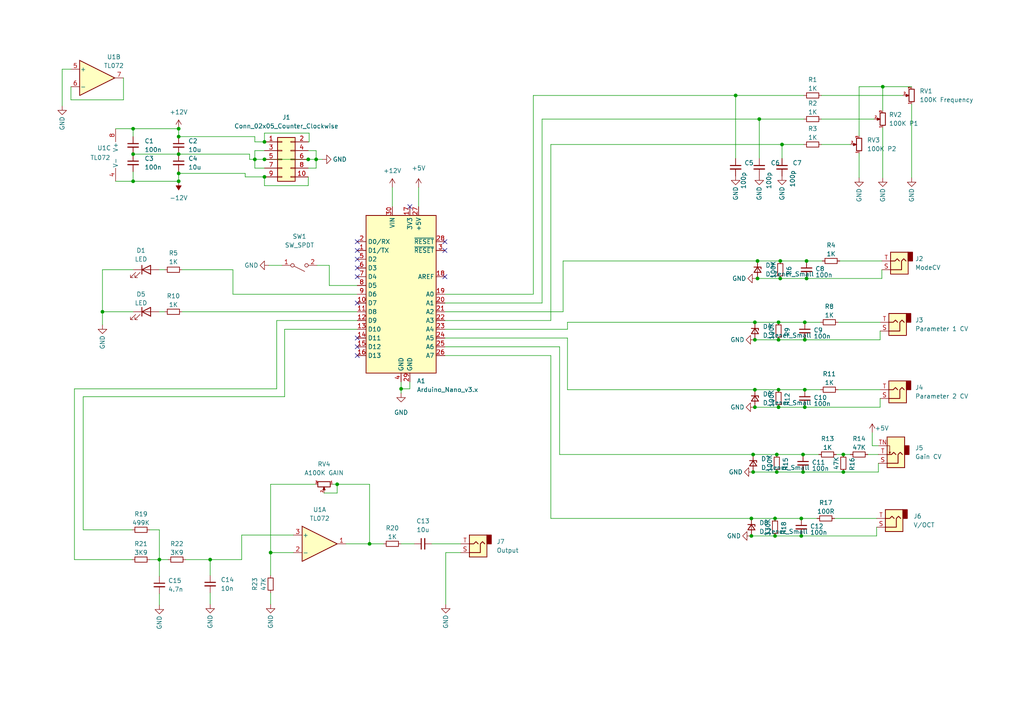
<source format=kicad_sch>
(kicad_sch (version 20211123) (generator eeschema)
  (paper "A4")
  (lib_symbols
    (symbol "Amplifier_Operational:TL072" (pin_names (offset 0.127))
      (property "Reference" "U" (at 0 5.08 0))
      (property "Value" "TL072" (at 0 -5.08 0))
      (symbol "TL072_1_1"
        (polyline (pts (xy -5.08 5.08) (xy 5.08 0) (xy -5.08 -5.08) (xy -5.08 5.08)) (stroke (width 0.254)) (fill (type background)))
        (pin output line (at 7.62 0 180) (length 2.54) (name "~") (number "1"))
        (pin input line (at -7.62 -2.54 0) (length 2.54) (name "-") (number "2"))
        (pin input line (at -7.62 2.54 0) (length 2.54) (name "+") (number "3"))
      )
      (symbol "TL072_2_1"
        (polyline (pts (xy -5.08 5.08) (xy 5.08 0) (xy -5.08 -5.08) (xy -5.08 5.08)) (stroke (width 0.254)) (fill (type background)))
        (pin input line (at -7.62 2.54 0) (length 2.54) (name "+") (number "5"))
        (pin input line (at -7.62 -2.54 0) (length 2.54) (name "-") (number "6"))
        (pin output line (at 7.62 0 180) (length 2.54) (name "~") (number "7"))
      )
      (symbol "TL072_3_1"
        (pin power_in line (at -2.54 -7.62 90) (length 3.81) (name "V-") (number "4"))
        (pin power_in line (at -2.54 7.62 270) (length 3.81) (name "V+") (number "8"))
      )
    )
    (symbol "Connector:AudioJack2"
      (property "Reference" "J" (at 0 8.89 0))
      (property "Value" "AudioJack2" (at 0 6.35 0))
      (symbol "AudioJack2_0_1"
        (rectangle (start -3.81 0) (end -2.54 -2.54) (stroke (width 0.254)) (fill (type outline)))
        (rectangle (start -2.54 3.81) (end 2.54 -2.54) (stroke (width 0.254)) (fill (type background)))
        (polyline (pts (xy 0 0) (xy 0.635 -0.635) (xy 1.27 0) (xy 2.54 0)) (stroke (width 0.254)))
        (polyline (pts (xy 2.54 2.54) (xy -0.635 2.54) (xy -0.635 0) (xy -1.27 -0.635) (xy -1.905 0)) (stroke (width 0.254)))
      )
      (symbol "AudioJack2_1_1"
        (pin passive line (at 5.08 2.54 180) (length 2.54) (name "~") (number "S"))
        (pin passive line (at 5.08 0 180) (length 2.54) (name "~") (number "T"))
      )
    )
    (symbol "Connector:AudioJack2_SwitchT"
      (property "Reference" "J" (at 0 8.89 0))
      (property "Value" "AudioJack2_SwitchT" (at 0 6.35 0))
      (symbol "AudioJack2_SwitchT_0_1"
        (rectangle (start -2.54 0) (end -3.81 -2.54) (stroke (width 0.254)) (fill (type outline)))
        (polyline (pts (xy 1.778 -0.254) (xy 2.032 -0.762)))
        (polyline (pts (xy 0 0) (xy 0.635 -0.635) (xy 1.27 0) (xy 2.54 0)) (stroke (width 0.254)))
        (polyline (pts (xy 2.54 -2.54) (xy 1.778 -2.54) (xy 1.778 -0.254) (xy 1.524 -0.762)))
        (polyline (pts (xy 2.54 2.54) (xy -0.635 2.54) (xy -0.635 0) (xy -1.27 -0.635) (xy -1.905 0)) (stroke (width 0.254)))
        (rectangle (start 2.54 3.81) (end -2.54 -5.08) (stroke (width 0.254)) (fill (type background)))
      )
      (symbol "AudioJack2_SwitchT_1_1"
        (pin passive line (at 5.08 2.54 180) (length 2.54) (name "~") (number "S"))
        (pin passive line (at 5.08 0 180) (length 2.54) (name "~") (number "T"))
        (pin passive line (at 5.08 -2.54 180) (length 2.54) (name "~") (number "TN"))
      )
    )
    (symbol "Connector_Generic:Conn_02x05_Odd_Even" (pin_names (offset 1.016) hide)
      (property "Reference" "J" (at 1.27 7.62 0))
      (property "Value" "Conn_02x05_Odd_Even" (at 1.27 -7.62 0))
      (symbol "Conn_02x05_Odd_Even_1_1"
        (rectangle (start -1.27 -4.953) (end 0 -5.207) (stroke (width 0.1524)))
        (rectangle (start -1.27 -2.413) (end 0 -2.667) (stroke (width 0.1524)))
        (rectangle (start -1.27 0.127) (end 0 -0.127) (stroke (width 0.1524)))
        (rectangle (start -1.27 2.667) (end 0 2.413) (stroke (width 0.1524)))
        (rectangle (start -1.27 5.207) (end 0 4.953) (stroke (width 0.1524)))
        (rectangle (start -1.27 6.35) (end 3.81 -6.35) (stroke (width 0.254)) (fill (type background)))
        (rectangle (start 3.81 -4.953) (end 2.54 -5.207) (stroke (width 0.1524)))
        (rectangle (start 3.81 -2.413) (end 2.54 -2.667) (stroke (width 0.1524)))
        (rectangle (start 3.81 0.127) (end 2.54 -0.127) (stroke (width 0.1524)))
        (rectangle (start 3.81 2.667) (end 2.54 2.413) (stroke (width 0.1524)))
        (rectangle (start 3.81 5.207) (end 2.54 4.953) (stroke (width 0.1524)))
        (pin passive line (at -5.08 5.08 0) (length 3.81) (name "Pin_1") (number "1"))
        (pin passive line (at 7.62 -5.08 180) (length 3.81) (name "Pin_10") (number "10"))
        (pin passive line (at 7.62 5.08 180) (length 3.81) (name "Pin_2") (number "2"))
        (pin passive line (at -5.08 2.54 0) (length 3.81) (name "Pin_3") (number "3"))
        (pin passive line (at 7.62 2.54 180) (length 3.81) (name "Pin_4") (number "4"))
        (pin passive line (at -5.08 0 0) (length 3.81) (name "Pin_5") (number "5"))
        (pin passive line (at 7.62 0 180) (length 3.81) (name "Pin_6") (number "6"))
        (pin passive line (at -5.08 -2.54 0) (length 3.81) (name "Pin_7") (number "7"))
        (pin passive line (at 7.62 -2.54 180) (length 3.81) (name "Pin_8") (number "8"))
        (pin passive line (at -5.08 -5.08 0) (length 3.81) (name "Pin_9") (number "9"))
      )
    )
    (symbol "Device:C_Small" (pin_numbers hide) (pin_names (offset 0.254) hide)
      (property "Reference" "C" (at 0.254 1.778 0))
      (property "Value" "C_Small" (at 0.254 -2.032 0))
      (symbol "C_Small_0_1"
        (polyline (pts (xy -1.524 -0.508) (xy 1.524 -0.508)) (stroke (width 0.3302)))
        (polyline (pts (xy -1.524 0.508) (xy 1.524 0.508)) (stroke (width 0.3048)))
      )
      (symbol "C_Small_1_1"
        (pin passive line (at 0 2.54 270) (length 2.032) (name "~") (number "1"))
        (pin passive line (at 0 -2.54 90) (length 2.032) (name "~") (number "2"))
      )
    )
    (symbol "Device:D_Zener_Small" (pin_numbers hide) (pin_names (offset 0.254) hide)
      (property "Reference" "D" (at 0 2.286 0))
      (property "Value" "D_Zener_Small" (at 0 -2.286 0))
      (symbol "D_Zener_Small_0_1"
        (polyline (pts (xy 0.762 0) (xy -0.762 0)))
        (polyline (pts (xy -0.254 1.016) (xy -0.762 1.016) (xy -0.762 -1.016)) (stroke (width 0.254)))
        (polyline (pts (xy 0.762 1.016) (xy -0.762 0) (xy 0.762 -1.016) (xy 0.762 1.016)) (stroke (width 0.254)))
      )
      (symbol "D_Zener_Small_1_1"
        (pin passive line (at -2.54 0 0) (length 1.778) (name "K") (number "1"))
        (pin passive line (at 2.54 0 180) (length 1.778) (name "A") (number "2"))
      )
    )
    (symbol "Device:LED" (pin_numbers hide) (pin_names (offset 1.016) hide)
      (property "Reference" "D" (at 0 2.54 0))
      (property "Value" "LED" (at 0 -2.54 0))
      (symbol "LED_0_1"
        (polyline (pts (xy -1.27 -1.27) (xy -1.27 1.27)) (stroke (width 0.254)))
        (polyline (pts (xy -1.27 0) (xy 1.27 0)))
        (polyline (pts (xy 1.27 -1.27) (xy 1.27 1.27) (xy -1.27 0) (xy 1.27 -1.27)) (stroke (width 0.254)))
        (polyline (pts (xy -3.048 -0.762) (xy -4.572 -2.286) (xy -3.81 -2.286) (xy -4.572 -2.286) (xy -4.572 -1.524)))
        (polyline (pts (xy -1.778 -0.762) (xy -3.302 -2.286) (xy -2.54 -2.286) (xy -3.302 -2.286) (xy -3.302 -1.524)))
      )
      (symbol "LED_1_1"
        (pin passive line (at -3.81 0 0) (length 2.54) (name "K") (number "1"))
        (pin passive line (at 3.81 0 180) (length 2.54) (name "A") (number "2"))
      )
    )
    (symbol "Device:R_Potentiometer_Small" (pin_names (offset 1.016) hide)
      (property "Reference" "RV" (at -4.445 0 90))
      (property "Value" "R_Potentiometer_Small" (at -2.54 0 90))
      (symbol "R_Potentiometer_Small_0_1"
        (polyline (pts (xy 0.889 0) (xy 0.635 0) (xy 1.651 0.381) (xy 1.651 -0.381) (xy 0.635 0) (xy 0.889 0)) (fill (type outline)))
        (rectangle (start 0.762 1.8034) (end -0.762 -1.8034) (stroke (width 0.254)))
      )
      (symbol "R_Potentiometer_Small_1_1"
        (pin passive line (at 0 2.54 270) (length 0.635) (name "1") (number "1"))
        (pin passive line (at 2.54 0 180) (length 0.9906) (name "2") (number "2"))
        (pin passive line (at 0 -2.54 90) (length 0.635) (name "3") (number "3"))
      )
    )
    (symbol "Device:R_Small" (pin_numbers hide) (pin_names (offset 0.254) hide)
      (property "Reference" "R" (at 0.762 0.508 0))
      (property "Value" "R_Small" (at 0.762 -1.016 0))
      (symbol "R_Small_0_1"
        (rectangle (start -0.762 1.778) (end 0.762 -1.778) (stroke (width 0.2032)))
      )
      (symbol "R_Small_1_1"
        (pin passive line (at 0 2.54 270) (length 0.762) (name "~") (number "1"))
        (pin passive line (at 0 -2.54 90) (length 0.762) (name "~") (number "2"))
      )
    )
    (symbol "MCU_Module:Arduino_Nano_v3.x"
      (property "Reference" "A" (at -10.16 23.495 0))
      (property "Value" "Arduino_Nano_v3.x" (at 5.08 -24.13 0))
      (symbol "Arduino_Nano_v3.x_0_1"
        (rectangle (start -10.16 22.86) (end 10.16 -22.86) (stroke (width 0.254)) (fill (type background)))
      )
      (symbol "Arduino_Nano_v3.x_1_1"
        (pin bidirectional line (at -12.7 12.7 0) (length 2.54) (name "D1/TX") (number "1"))
        (pin bidirectional line (at -12.7 -2.54 0) (length 2.54) (name "D7") (number "10"))
        (pin bidirectional line (at -12.7 -5.08 0) (length 2.54) (name "D8") (number "11"))
        (pin bidirectional line (at -12.7 -7.62 0) (length 2.54) (name "D9") (number "12"))
        (pin bidirectional line (at -12.7 -10.16 0) (length 2.54) (name "D10") (number "13"))
        (pin bidirectional line (at -12.7 -12.7 0) (length 2.54) (name "D11") (number "14"))
        (pin bidirectional line (at -12.7 -15.24 0) (length 2.54) (name "D12") (number "15"))
        (pin bidirectional line (at -12.7 -17.78 0) (length 2.54) (name "D13") (number "16"))
        (pin power_out line (at 2.54 25.4 270) (length 2.54) (name "3V3") (number "17"))
        (pin input line (at 12.7 5.08 180) (length 2.54) (name "AREF") (number "18"))
        (pin bidirectional line (at 12.7 0 180) (length 2.54) (name "A0") (number "19"))
        (pin bidirectional line (at -12.7 15.24 0) (length 2.54) (name "D0/RX") (number "2"))
        (pin bidirectional line (at 12.7 -2.54 180) (length 2.54) (name "A1") (number "20"))
        (pin bidirectional line (at 12.7 -5.08 180) (length 2.54) (name "A2") (number "21"))
        (pin bidirectional line (at 12.7 -7.62 180) (length 2.54) (name "A3") (number "22"))
        (pin bidirectional line (at 12.7 -10.16 180) (length 2.54) (name "A4") (number "23"))
        (pin bidirectional line (at 12.7 -12.7 180) (length 2.54) (name "A5") (number "24"))
        (pin bidirectional line (at 12.7 -15.24 180) (length 2.54) (name "A6") (number "25"))
        (pin bidirectional line (at 12.7 -17.78 180) (length 2.54) (name "A7") (number "26"))
        (pin power_out line (at 5.08 25.4 270) (length 2.54) (name "+5V") (number "27"))
        (pin input line (at 12.7 15.24 180) (length 2.54) (name "~{RESET}") (number "28"))
        (pin power_in line (at 2.54 -25.4 90) (length 2.54) (name "GND") (number "29"))
        (pin input line (at 12.7 12.7 180) (length 2.54) (name "~{RESET}") (number "3"))
        (pin power_in line (at -2.54 25.4 270) (length 2.54) (name "VIN") (number "30"))
        (pin power_in line (at 0 -25.4 90) (length 2.54) (name "GND") (number "4"))
        (pin bidirectional line (at -12.7 10.16 0) (length 2.54) (name "D2") (number "5"))
        (pin bidirectional line (at -12.7 7.62 0) (length 2.54) (name "D3") (number "6"))
        (pin bidirectional line (at -12.7 5.08 0) (length 2.54) (name "D4") (number "7"))
        (pin bidirectional line (at -12.7 2.54 0) (length 2.54) (name "D5") (number "8"))
        (pin bidirectional line (at -12.7 0 0) (length 2.54) (name "D6") (number "9"))
      )
    )
    (symbol "Switch:SW_SPST" (pin_names (offset 0) hide)
      (property "Reference" "SW" (at 0 3.175 0))
      (property "Value" "SW_SPST" (at 0 -2.54 0))
      (symbol "SW_SPST_0_0"
        (circle (center -2.032 0) (radius 0.508))
        (polyline (pts (xy -1.524 0.254) (xy 1.524 1.778)))
        (circle (center 2.032 0) (radius 0.508))
      )
      (symbol "SW_SPST_1_1"
        (pin passive line (at -5.08 0 0) (length 2.54) (name "A") (number "1"))
        (pin passive line (at 5.08 0 180) (length 2.54) (name "B") (number "2"))
      )
    )
    (symbol "power:+12V" (power) (pin_names (offset 0))
      (property "Value" "+12V" (at 0 3.556 0))
      (symbol "+12V_0_1"
        (polyline (pts (xy -0.762 1.27) (xy 0 2.54)))
        (polyline (pts (xy 0 0) (xy 0 2.54)))
        (polyline (pts (xy 0 2.54) (xy 0.762 1.27)))
      )
      (symbol "+12V_1_1"
        (pin power_in line (at 0 0 90) (length 0) hide (name "+12V") (number "1"))
      )
    )
    (symbol "power:+5V" (power) (pin_names (offset 0))
      (property "Value" "+5V" (at 0 3.556 0))
      (symbol "+5V_0_1"
        (polyline (pts (xy -0.762 1.27) (xy 0 2.54)))
        (polyline (pts (xy 0 0) (xy 0 2.54)))
        (polyline (pts (xy 0 2.54) (xy 0.762 1.27)))
      )
      (symbol "+5V_1_1"
        (pin power_in line (at 0 0 90) (length 0) hide (name "+5V") (number "1"))
      )
    )
    (symbol "power:-12V" (power) (pin_names (offset 0))
      (property "Value" "-12V" (at 0 3.81 0))
      (symbol "-12V_0_0"
        (pin power_in line (at 0 0 90) (length 0) hide (name "-12V") (number "1"))
      )
      (symbol "-12V_0_1"
        (polyline (pts (xy 0 0) (xy 0 1.27) (xy 0.762 1.27) (xy 0 2.54) (xy -0.762 1.27) (xy 0 1.27)) (fill (type outline)))
      )
    )
    (symbol "power:GND" (power) (pin_names (offset 0))
      (property "Value" "GND" (at 0 -3.81 0))
      (symbol "GND_0_1"
        (polyline (pts (xy 0 0) (xy 0 -1.27) (xy 1.27 -1.27) (xy 0 -2.54) (xy -1.27 -1.27) (xy 0 -1.27)))
      )
      (symbol "GND_1_1"
        (pin power_in line (at 0 0 270) (length 0) hide (name "GND") (number "1"))
      )
    )
  )
  (junction (at 51.816 52.578))
  (junction (at 213.36 27.686))
  (junction (at 89.408 46.228))
  (junction (at 51.816 39.624))
  (junction (at 226.314 75.692))
  (junction (at 116.332 112.776))
  (junction (at 218.44 136.906))
  (junction (at 244.602 131.826))
  (junction (at 97.79 140.462))
  (junction (at 51.816 50.292))
  (junction (at 76.708 51.308))
  (junction (at 224.79 150.368))
  (junction (at 76.708 46.228))
  (junction (at 225.806 113.03))
  (junction (at 232.41 150.368))
  (junction (at 218.948 118.11))
  (junction (at 226.314 80.772))
  (junction (at 232.41 155.448))
  (junction (at 220.218 34.544))
  (junction (at 107.188 157.734))
  (junction (at 38.608 44.704))
  (junction (at 233.426 113.03))
  (junction (at 219.71 75.692))
  (junction (at 225.806 118.11))
  (junction (at 256.032 25.146))
  (junction (at 218.948 113.03))
  (junction (at 217.932 155.448))
  (junction (at 217.932 150.368))
  (junction (at 218.948 98.552))
  (junction (at 78.486 160.274))
  (junction (at 76.708 41.148))
  (junction (at 91.694 46.228))
  (junction (at 233.426 118.11))
  (junction (at 29.718 90.424))
  (junction (at 244.602 136.906))
  (junction (at 225.806 93.472))
  (junction (at 38.608 37.338))
  (junction (at 225.806 98.552))
  (junction (at 38.608 52.578))
  (junction (at 233.426 93.472))
  (junction (at 225.298 131.826))
  (junction (at 46.228 162.306))
  (junction (at 219.71 80.772))
  (junction (at 226.822 41.91))
  (junction (at 232.918 131.826))
  (junction (at 73.914 46.228))
  (junction (at 233.934 75.692))
  (junction (at 224.79 155.448))
  (junction (at 218.948 93.472))
  (junction (at 218.44 131.826))
  (junction (at 233.934 80.772))
  (junction (at 60.96 162.306))
  (junction (at 51.816 37.338))
  (junction (at 232.918 136.906))
  (junction (at 51.816 44.704))
  (junction (at 225.298 136.906))
  (junction (at 233.426 98.552))
  (no_connect (at 103.632 103.124))
  (no_connect (at 103.632 100.584))
  (no_connect (at 103.632 98.044))
  (no_connect (at 103.632 87.884))
  (no_connect (at 103.632 70.104))
  (no_connect (at 129.032 70.104))
  (no_connect (at 129.032 80.264))
  (no_connect (at 103.632 77.724))
  (no_connect (at 103.632 72.644))
  (no_connect (at 103.632 75.184))
  (no_connect (at 129.032 72.644))
  (no_connect (at 118.872 59.944))
  (no_connect (at 103.632 80.264))
  (wire (pts (xy 43.434 153.67) (xy 46.228 153.67)))
  (wire (pts (xy 24.13 115.062) (xy 24.13 153.67)))
  (wire (pts (xy 254.762 136.906) (xy 254.762 134.366)))
  (wire (pts (xy 107.188 157.734) (xy 111.252 157.734)))
  (wire (pts (xy 242.062 150.368) (xy 254.254 150.368)))
  (wire (pts (xy 256.032 25.146) (xy 249.174 25.146)))
  (wire (pts (xy 52.832 90.424) (xy 103.632 90.424)))
  (wire (pts (xy 51.816 52.578) (xy 51.816 50.292)))
  (wire (pts (xy 80.264 112.776) (xy 80.264 92.964)))
  (wire (pts (xy 254.762 129.286) (xy 252.984 129.286)))
  (wire (pts (xy 78.486 160.274) (xy 78.486 166.878)))
  (wire (pts (xy 116.332 112.776) (xy 116.332 114.046)))
  (wire (pts (xy 77.978 76.962) (xy 81.788 76.962)))
  (wire (pts (xy 76.708 51.308) (xy 76.708 53.848)))
  (wire (pts (xy 95.504 76.962) (xy 95.504 82.804)))
  (wire (pts (xy 225.298 136.906) (xy 232.918 136.906)))
  (wire (pts (xy 21.59 112.776) (xy 80.264 112.776)))
  (wire (pts (xy 38.354 153.67) (xy 24.13 153.67)))
  (wire (pts (xy 220.218 34.544) (xy 220.218 45.974)))
  (wire (pts (xy 80.264 92.964) (xy 103.632 92.964)))
  (wire (pts (xy 91.694 46.228) (xy 91.694 48.768)))
  (wire (pts (xy 163.322 75.692) (xy 163.322 90.424)))
  (wire (pts (xy 238.252 41.91) (xy 246.634 41.91)))
  (wire (pts (xy 218.948 118.11) (xy 225.806 118.11)))
  (wire (pts (xy 159.766 103.124) (xy 159.766 150.368)))
  (wire (pts (xy 89.408 53.848) (xy 89.408 51.308)))
  (wire (pts (xy 51.816 37.338) (xy 51.816 39.624)))
  (wire (pts (xy 29.718 90.424) (xy 38.608 90.424)))
  (wire (pts (xy 76.708 51.308) (xy 71.12 51.308)))
  (wire (pts (xy 243.586 75.692) (xy 255.778 75.692)))
  (wire (pts (xy 163.322 75.692) (xy 219.71 75.692)))
  (wire (pts (xy 33.528 37.338) (xy 38.608 37.338)))
  (wire (pts (xy 38.608 52.578) (xy 51.816 52.578)))
  (wire (pts (xy 233.172 34.544) (xy 220.218 34.544)))
  (wire (pts (xy 72.39 44.704) (xy 72.39 46.228)))
  (wire (pts (xy 217.932 155.448) (xy 224.79 155.448)))
  (wire (pts (xy 217.932 150.368) (xy 224.79 150.368)))
  (wire (pts (xy 71.12 51.308) (xy 71.12 50.292)))
  (wire (pts (xy 232.918 136.906) (xy 244.602 136.906)))
  (wire (pts (xy 164.592 98.044) (xy 164.592 113.03)))
  (wire (pts (xy 78.486 171.958) (xy 78.486 175.26)))
  (wire (pts (xy 249.174 44.45) (xy 249.174 51.562)))
  (wire (pts (xy 51.816 44.704) (xy 72.39 44.704)))
  (wire (pts (xy 243.078 113.03) (xy 255.27 113.03)))
  (wire (pts (xy 162.306 131.826) (xy 218.44 131.826)))
  (wire (pts (xy 18.034 20.066) (xy 18.034 30.734)))
  (wire (pts (xy 219.71 80.772) (xy 226.314 80.772)))
  (wire (pts (xy 89.662 41.148) (xy 89.662 38.608)))
  (wire (pts (xy 213.36 27.686) (xy 213.36 45.974)))
  (wire (pts (xy 233.934 75.692) (xy 238.506 75.692)))
  (wire (pts (xy 53.848 162.306) (xy 60.96 162.306)))
  (wire (pts (xy 251.714 131.826) (xy 254.762 131.826)))
  (wire (pts (xy 38.608 44.704) (xy 51.816 44.704)))
  (wire (pts (xy 256.032 37.084) (xy 256.032 51.562)))
  (wire (pts (xy 78.486 160.274) (xy 78.486 140.462)))
  (wire (pts (xy 97.79 143.002) (xy 97.79 140.462)))
  (wire (pts (xy 226.822 41.91) (xy 233.172 41.91)))
  (wire (pts (xy 73.914 41.148) (xy 76.708 41.148)))
  (wire (pts (xy 35.814 28.956) (xy 35.814 22.606)))
  (wire (pts (xy 73.914 46.228) (xy 73.914 48.768)))
  (wire (pts (xy 233.426 113.03) (xy 237.998 113.03)))
  (wire (pts (xy 107.188 157.734) (xy 107.188 140.462)))
  (wire (pts (xy 129.286 160.274) (xy 129.286 175.26)))
  (wire (pts (xy 29.718 90.424) (xy 29.718 94.234)))
  (wire (pts (xy 91.694 43.688) (xy 91.694 46.228)))
  (wire (pts (xy 60.96 162.306) (xy 70.104 162.306)))
  (wire (pts (xy 226.314 75.692) (xy 233.934 75.692)))
  (wire (pts (xy 154.686 85.344) (xy 154.686 27.686)))
  (wire (pts (xy 218.44 136.906) (xy 225.298 136.906)))
  (wire (pts (xy 225.806 118.11) (xy 233.426 118.11)))
  (wire (pts (xy 219.456 80.772) (xy 219.71 80.772)))
  (wire (pts (xy 67.564 85.344) (xy 67.564 78.232)))
  (wire (pts (xy 93.98 143.002) (xy 97.79 143.002)))
  (wire (pts (xy 218.948 113.03) (xy 225.806 113.03)))
  (wire (pts (xy 164.592 113.03) (xy 218.948 113.03)))
  (wire (pts (xy 91.694 48.768) (xy 89.408 48.768)))
  (wire (pts (xy 71.12 50.292) (xy 51.816 50.292)))
  (wire (pts (xy 70.104 155.194) (xy 85.09 155.194)))
  (wire (pts (xy 225.806 113.03) (xy 233.426 113.03)))
  (wire (pts (xy 38.608 49.784) (xy 38.608 52.578)))
  (wire (pts (xy 29.718 78.232) (xy 38.608 78.232)))
  (wire (pts (xy 224.79 155.448) (xy 232.41 155.448)))
  (wire (pts (xy 159.766 92.964) (xy 159.766 41.91)))
  (wire (pts (xy 103.632 95.504) (xy 82.55 95.504)))
  (wire (pts (xy 157.226 34.544) (xy 157.226 87.884)))
  (wire (pts (xy 60.96 162.306) (xy 60.96 166.878)))
  (wire (pts (xy 82.55 115.062) (xy 24.13 115.062)))
  (wire (pts (xy 129.032 85.344) (xy 154.686 85.344)))
  (wire (pts (xy 232.41 155.448) (xy 254.254 155.448)))
  (wire (pts (xy 46.228 78.232) (xy 47.752 78.232)))
  (wire (pts (xy 264.414 25.146) (xy 256.032 25.146)))
  (wire (pts (xy 89.662 38.608) (xy 76.708 38.608)))
  (wire (pts (xy 224.79 150.368) (xy 232.41 150.368)))
  (wire (pts (xy 21.59 162.306) (xy 38.354 162.306)))
  (wire (pts (xy 255.27 118.11) (xy 255.27 115.57)))
  (wire (pts (xy 225.298 131.826) (xy 232.918 131.826)))
  (wire (pts (xy 60.96 171.958) (xy 60.96 175.26)))
  (wire (pts (xy 218.44 131.826) (xy 225.298 131.826)))
  (wire (pts (xy 252.984 125.476) (xy 252.984 129.286)))
  (wire (pts (xy 218.948 98.552) (xy 225.806 98.552)))
  (wire (pts (xy 46.228 162.306) (xy 48.768 162.306)))
  (wire (pts (xy 21.59 112.776) (xy 21.59 162.306)))
  (wire (pts (xy 244.602 136.906) (xy 254.762 136.906)))
  (wire (pts (xy 129.032 95.504) (xy 164.592 95.504)))
  (wire (pts (xy 91.948 76.962) (xy 95.504 76.962)))
  (wire (pts (xy 255.778 80.772) (xy 255.778 78.232)))
  (wire (pts (xy 164.592 93.472) (xy 218.948 93.472)))
  (wire (pts (xy 154.686 27.686) (xy 213.36 27.686)))
  (wire (pts (xy 96.52 140.462) (xy 97.79 140.462)))
  (wire (pts (xy 89.408 46.228) (xy 91.694 46.228)))
  (wire (pts (xy 43.434 162.306) (xy 46.228 162.306)))
  (wire (pts (xy 116.332 110.744) (xy 116.332 112.776)))
  (wire (pts (xy 125.222 157.734) (xy 133.604 157.734)))
  (wire (pts (xy 72.39 46.228) (xy 73.914 46.228)))
  (wire (pts (xy 20.574 28.956) (xy 35.814 28.956)))
  (wire (pts (xy 233.426 98.552) (xy 255.27 98.552)))
  (wire (pts (xy 51.816 39.624) (xy 73.914 39.624)))
  (wire (pts (xy 159.766 150.368) (xy 217.932 150.368)))
  (wire (pts (xy 38.608 37.338) (xy 51.816 37.338)))
  (wire (pts (xy 254.254 155.448) (xy 254.254 152.908)))
  (wire (pts (xy 76.708 53.848) (xy 89.408 53.848)))
  (wire (pts (xy 116.332 157.734) (xy 120.142 157.734)))
  (wire (pts (xy 255.27 98.552) (xy 255.27 96.012)))
  (wire (pts (xy 129.032 98.044) (xy 164.592 98.044)))
  (wire (pts (xy 73.914 43.688) (xy 73.914 46.228)))
  (wire (pts (xy 70.104 162.306) (xy 70.104 155.194)))
  (wire (pts (xy 218.948 93.472) (xy 225.806 93.472)))
  (wire (pts (xy 73.914 46.228) (xy 76.708 46.228)))
  (wire (pts (xy 76.708 46.228) (xy 89.408 46.228)))
  (wire (pts (xy 233.172 27.686) (xy 213.36 27.686)))
  (wire (pts (xy 220.218 34.544) (xy 157.226 34.544)))
  (wire (pts (xy 162.306 100.584) (xy 162.306 131.826)))
  (wire (pts (xy 82.55 95.504) (xy 82.55 115.062)))
  (wire (pts (xy 233.426 93.472) (xy 237.998 93.472)))
  (wire (pts (xy 113.792 54.356) (xy 113.792 59.944)))
  (wire (pts (xy 225.806 98.552) (xy 233.426 98.552)))
  (wire (pts (xy 89.408 41.148) (xy 89.662 41.148)))
  (wire (pts (xy 46.228 90.424) (xy 47.752 90.424)))
  (wire (pts (xy 238.252 27.686) (xy 261.874 27.686)))
  (wire (pts (xy 226.822 45.974) (xy 226.822 41.91)))
  (wire (pts (xy 103.632 85.344) (xy 67.564 85.344)))
  (wire (pts (xy 29.718 78.232) (xy 29.718 90.424)))
  (wire (pts (xy 20.574 25.146) (xy 20.574 28.956)))
  (wire (pts (xy 253.492 34.544) (xy 238.252 34.544)))
  (wire (pts (xy 46.228 153.67) (xy 46.228 162.306)))
  (wire (pts (xy 118.872 110.744) (xy 118.872 112.776)))
  (wire (pts (xy 38.608 37.338) (xy 38.608 39.624)))
  (wire (pts (xy 89.408 43.688) (xy 91.694 43.688)))
  (wire (pts (xy 129.032 100.584) (xy 162.306 100.584)))
  (wire (pts (xy 233.426 118.11) (xy 255.27 118.11)))
  (wire (pts (xy 232.918 131.826) (xy 237.49 131.826)))
  (wire (pts (xy 232.41 150.368) (xy 236.982 150.368)))
  (wire (pts (xy 164.592 95.504) (xy 164.592 93.472)))
  (wire (pts (xy 256.032 25.146) (xy 256.032 32.004)))
  (wire (pts (xy 121.412 54.356) (xy 121.412 59.944)))
  (wire (pts (xy 46.228 162.306) (xy 46.228 167.132)))
  (wire (pts (xy 226.314 80.772) (xy 233.934 80.772)))
  (wire (pts (xy 249.174 25.146) (xy 249.174 39.37)))
  (wire (pts (xy 76.708 38.608) (xy 76.708 41.148)))
  (wire (pts (xy 76.708 43.688) (xy 73.914 43.688)))
  (wire (pts (xy 85.09 160.274) (xy 78.486 160.274)))
  (wire (pts (xy 225.806 93.472) (xy 233.426 93.472)))
  (wire (pts (xy 233.934 80.772) (xy 255.778 80.772)))
  (wire (pts (xy 33.528 52.578) (xy 38.608 52.578)))
  (wire (pts (xy 242.57 131.826) (xy 244.602 131.826)))
  (wire (pts (xy 163.322 90.424) (xy 129.032 90.424)))
  (wire (pts (xy 100.33 157.734) (xy 107.188 157.734)))
  (wire (pts (xy 264.414 30.226) (xy 264.414 51.562)))
  (wire (pts (xy 20.574 20.066) (xy 18.034 20.066)))
  (wire (pts (xy 244.602 131.826) (xy 246.634 131.826)))
  (wire (pts (xy 46.228 172.212) (xy 46.228 175.514)))
  (wire (pts (xy 52.832 78.232) (xy 67.564 78.232)))
  (wire (pts (xy 91.694 46.228) (xy 93.472 46.228)))
  (wire (pts (xy 129.032 103.124) (xy 159.766 103.124)))
  (wire (pts (xy 73.914 39.624) (xy 73.914 41.148)))
  (wire (pts (xy 97.79 140.462) (xy 107.188 140.462)))
  (wire (pts (xy 95.504 82.804) (xy 103.632 82.804)))
  (wire (pts (xy 51.816 50.292) (xy 51.816 49.784)))
  (wire (pts (xy 159.766 41.91) (xy 226.822 41.91)))
  (wire (pts (xy 73.914 48.768) (xy 76.708 48.768)))
  (wire (pts (xy 129.032 92.964) (xy 159.766 92.964)))
  (wire (pts (xy 133.604 160.274) (xy 129.286 160.274)))
  (wire (pts (xy 219.71 75.692) (xy 226.314 75.692)))
  (wire (pts (xy 157.226 87.884) (xy 129.032 87.884)))
  (wire (pts (xy 78.486 140.462) (xy 91.44 140.462)))
  (wire (pts (xy 118.872 112.776) (xy 116.332 112.776)))
  (wire (pts (xy 243.078 93.472) (xy 255.27 93.472)))
  (symbol (lib_id "Device:R_Small") (at 240.538 93.472 90) (unit 1)
    (property "Reference" "R8" (at 240.538 88.9 90))
    (property "Value" "1K" (at 240.538 91.44 90))
    (property "Footprint" "Resistor_SMD:R_0805_2012Metric_Pad1.20x1.40mm_HandSolder" (effects hide))
  )
  (symbol (lib_id "power:+12V") (at 113.792 54.356 0) (unit 1)
    (property "Reference" "#PWR011" (effects hide))
    (property "Value" "+12V" (at 113.792 49.53 0))
  )
  (symbol (lib_id "power:GND") (at 219.456 80.772 270) (unit 1)
    (property "Reference" "#PWR014" (effects hide))
    (property "Value" "GND" (at 212.344 80.772 90) (effects (justify left)))
  )
  (symbol (lib_id "Device:C_Small") (at 233.426 115.57 0) (unit 1)
    (property "Reference" "C10" (at 235.966 115.316 0) (effects (justify left)))
    (property "Value" "100n" (at 235.966 117.094 0) (effects (justify left)))
    (property "Footprint" "Capacitor_SMD:C_0805_2012Metric_Pad1.18x1.45mm_HandSolder" (effects hide))
  )
  (symbol (lib_id "Device:R_Small") (at 239.522 150.368 90) (unit 1)
    (property "Reference" "R17" (at 239.522 145.796 90))
    (property "Value" "100R" (at 239.522 148.336 90))
    (property "Footprint" "Resistor_SMD:R_0805_2012Metric_Pad1.20x1.40mm_HandSolder" (effects hide))
  )
  (symbol (lib_id "Connector:AudioJack2") (at 260.35 113.03 180) (unit 1)
    (property "Reference" "J4" (at 265.43 112.3949 0) (effects (justify right)))
    (property "Value" "Parameter 2 CV" (at 265.43 114.9349 0) (effects (justify right)))
    (property "Footprint" "Connector_Audio:Jack_3.5mm_QingPu_WQP-PJ398SM_Vertical_CircularHoles" (effects hide))
  )
  (symbol (lib_id "Device:R_Small") (at 226.314 78.232 180) (unit 1)
    (property "Reference" "R6" (at 228.854 78.486 90))
    (property "Value" "100K" (at 224.282 78.232 90))
    (property "Footprint" "Resistor_SMD:R_0805_2012Metric_Pad1.20x1.40mm_HandSolder" (effects hide))
  )
  (symbol (lib_id "Device:R_Small") (at 241.046 75.692 90) (unit 1)
    (property "Reference" "R4" (at 241.046 71.12 90))
    (property "Value" "1K" (at 241.046 73.66 90))
    (property "Footprint" "Resistor_SMD:R_0805_2012Metric_Pad1.20x1.40mm_HandSolder" (effects hide))
  )
  (symbol (lib_id "Device:R_Potentiometer_Small") (at 93.98 140.462 270) (unit 1)
    (property "Reference" "RV4" (at 93.98 134.62 90))
    (property "Value" "A100K GAIN" (at 93.98 137.16 90))
    (property "Footprint" "Potentiometer_THT:Potentiometer_Alps_RK09L_Single_Vertical" (effects hide))
  )
  (symbol (lib_id "Device:R_Small") (at 244.602 134.366 180) (unit 1)
    (property "Reference" "R16" (at 247.142 134.62 90))
    (property "Value" "47K" (at 242.57 134.366 90))
    (property "Footprint" "Resistor_SMD:R_0805_2012Metric_Pad1.20x1.40mm_HandSolder" (effects hide))
  )
  (symbol (lib_id "Device:C_Small") (at 233.934 78.232 0) (unit 1)
    (property "Reference" "C8" (at 236.474 77.978 0) (effects (justify left)))
    (property "Value" "100n" (at 236.474 79.756 0) (effects (justify left)))
    (property "Footprint" "Capacitor_SMD:C_0805_2012Metric_Pad1.18x1.45mm_HandSolder" (effects hide))
  )
  (symbol (lib_id "power:GND") (at 256.032 51.562 0) (unit 1)
    (property "Reference" "#PWR08" (effects hide))
    (property "Value" "GND" (at 256.032 58.674 90) (effects (justify left)))
  )
  (symbol (lib_id "Amplifier_Operational:TL072") (at 36.068 44.958 0) (unit 3)
    (property "Reference" "U1" (at 28.194 42.926 0) (effects (justify left)))
    (property "Value" "TL072" (at 26.162 45.72 0) (effects (justify left)))
    (property "Footprint" "Package_DIP:DIP-8_W7.62mm" (effects hide))
    (property "Datasheet" "http://www.ti.com/lit/ds/symlink/tl071.pdf" (effects hide))
  )
  (symbol (lib_id "Device:R_Small") (at 225.806 96.012 180) (unit 1)
    (property "Reference" "R9" (at 228.346 96.266 90))
    (property "Value" "100K" (at 223.774 96.012 90))
    (property "Footprint" "Resistor_SMD:R_0805_2012Metric_Pad1.20x1.40mm_HandSolder" (effects hide))
  )
  (symbol (lib_id "Device:R_Potentiometer_Small") (at 256.032 34.544 180) (unit 1)
    (property "Reference" "RV2" (at 257.81 33.2739 0) (effects (justify right)))
    (property "Value" "100K P1" (at 257.81 35.8139 0) (effects (justify right)))
    (property "Footprint" "Potentiometer_THT:Potentiometer_Alps_RK09L_Single_Vertical" (effects hide))
  )
  (symbol (lib_id "Device:C_Small") (at 60.96 169.418 0) (unit 1)
    (property "Reference" "C14" (at 64.008 168.1542 0) (effects (justify left)))
    (property "Value" "10n" (at 64.008 170.6942 0) (effects (justify left)))
    (property "Footprint" "Capacitor_SMD:C_0805_2012Metric_Pad1.18x1.45mm_HandSolder" (effects hide))
  )
  (symbol (lib_id "Device:R_Small") (at 78.486 169.418 180) (unit 1)
    (property "Reference" "R23" (at 73.914 169.418 90))
    (property "Value" "47K" (at 76.454 169.418 90))
    (property "Footprint" "Resistor_SMD:R_0805_2012Metric_Pad1.20x1.40mm_HandSolder" (effects hide))
  )
  (symbol (lib_id "power:GND") (at 116.332 114.046 0) (unit 1)
    (property "Reference" "#PWR017" (effects hide))
    (property "Value" "GND" (at 116.332 119.634 0))
  )
  (symbol (lib_id "Device:C_Small") (at 122.682 157.734 90) (unit 1)
    (property "Reference" "C13" (at 122.6883 151.13 90))
    (property "Value" "10u" (at 122.6883 153.67 90))
    (property "Footprint" "Capacitor_SMD:C_0805_2012Metric_Pad1.18x1.45mm_HandSolder" (effects hide))
  )
  (symbol (lib_id "power:+12V") (at 51.816 37.338 0) (unit 1)
    (property "Reference" "#PWR02" (effects hide))
    (property "Value" "+12V" (at 51.816 32.512 0))
  )
  (symbol (lib_id "Connector:AudioJack2") (at 260.858 75.692 180) (unit 1)
    (property "Reference" "J2" (at 265.43 75.0569 0) (effects (justify right)))
    (property "Value" "ModeCV" (at 265.43 77.5969 0) (effects (justify right)))
    (property "Footprint" "Connector_Audio:Jack_3.5mm_QingPu_WQP-PJ398SM_Vertical_CircularHoles" (effects hide))
  )
  (symbol (lib_id "Device:LED") (at 42.418 90.424 0) (unit 1)
    (property "Reference" "D5" (at 40.894 85.344 0))
    (property "Value" "LED" (at 40.894 87.884 0))
    (property "Footprint" "LED_THT:LED_D5.0mm" (effects hide))
  )
  (symbol (lib_id "power:GND") (at 226.822 51.054 0) (unit 1)
    (property "Reference" "#PWR06" (effects hide))
    (property "Value" "GND" (at 226.822 58.166 90) (effects (justify left)))
  )
  (symbol (lib_id "power:GND") (at 46.228 175.514 0) (unit 1)
    (property "Reference" "#PWR025" (effects hide))
    (property "Value" "GND" (at 46.228 182.626 90) (effects (justify left)))
  )
  (symbol (lib_id "Device:R_Small") (at 240.538 113.03 90) (unit 1)
    (property "Reference" "R11" (at 240.538 108.458 90))
    (property "Value" "1K" (at 240.538 110.998 90))
    (property "Footprint" "Resistor_SMD:R_0805_2012Metric_Pad1.20x1.40mm_HandSolder" (effects hide))
  )
  (symbol (lib_id "Device:C_Small") (at 38.608 42.164 0) (unit 1)
    (property "Reference" "C1" (at 41.91 40.9002 0) (effects (justify left)))
    (property "Value" "100n" (at 41.91 43.4402 0) (effects (justify left)))
    (property "Footprint" "Capacitor_SMD:C_0805_2012Metric_Pad1.18x1.45mm_HandSolder" (effects hide))
  )
  (symbol (lib_id "Device:R_Small") (at 40.894 162.306 90) (unit 1)
    (property "Reference" "R21" (at 40.894 157.734 90))
    (property "Value" "3K9" (at 40.894 160.274 90))
    (property "Footprint" "Resistor_SMD:R_0805_2012Metric_Pad1.20x1.40mm_HandSolder" (effects hide))
  )
  (symbol (lib_id "Connector_Generic:Conn_02x05_Odd_Even") (at 81.788 46.228 0) (unit 1)
    (property "Reference" "J1" (at 83.058 34.036 0))
    (property "Value" "Conn_02x05_Counter_Clockwise" (at 83.058 36.576 0))
    (property "Footprint" "Connector_PinHeader_2.54mm:PinHeader_2x05_P2.54mm_Vertical" (effects hide))
  )
  (symbol (lib_id "Device:C_Small") (at 213.36 48.514 0) (unit 1)
    (property "Reference" "C5" (at 215.9 47.2502 0) (effects (justify left)))
    (property "Value" "100p" (at 215.646 54.864 90) (effects (justify left)))
    (property "Footprint" "Capacitor_SMD:C_0805_2012Metric_Pad1.18x1.45mm_HandSolder" (effects hide))
  )
  (symbol (lib_id "Connector:AudioJack2") (at 138.684 157.734 180) (unit 1)
    (property "Reference" "J7" (at 144.018 157.0989 0) (effects (justify right)))
    (property "Value" "Output" (at 144.018 159.6389 0) (effects (justify right)))
    (property "Footprint" "Connector_Audio:Jack_3.5mm_QingPu_WQP-PJ398SM_Vertical_CircularHoles" (effects hide))
  )
  (symbol (lib_id "Device:R_Potentiometer_Small") (at 249.174 41.91 180) (unit 1)
    (property "Reference" "RV3" (at 251.46 40.6399 0) (effects (justify right)))
    (property "Value" "100K P2" (at 251.46 43.1799 0) (effects (justify right)))
    (property "Footprint" "Potentiometer_THT:Potentiometer_Alps_RK09L_Single_Vertical" (effects hide))
  )
  (symbol (lib_id "Connector:AudioJack2_SwitchT") (at 259.842 131.826 180) (unit 1)
    (property "Reference" "J5" (at 265.43 129.9209 0) (effects (justify right)))
    (property "Value" "Gain CV" (at 265.43 132.4609 0) (effects (justify right)))
    (property "Footprint" "Connector_Audio:Jack_3.5mm_QingPu_WQP-PJ398SM_Vertical_CircularHoles" (effects hide))
  )
  (symbol (lib_id "Device:R_Small") (at 235.712 34.544 90) (unit 1)
    (property "Reference" "R2" (at 235.712 29.972 90))
    (property "Value" "1K" (at 235.712 32.512 90))
    (property "Footprint" "Resistor_SMD:R_0805_2012Metric_Pad1.20x1.40mm_HandSolder" (effects hide))
  )
  (symbol (lib_id "Device:C_Small") (at 38.608 47.244 0) (unit 1)
    (property "Reference" "C3" (at 41.91 45.9802 0) (effects (justify left)))
    (property "Value" "100n" (at 41.91 48.5202 0) (effects (justify left)))
    (property "Footprint" "Capacitor_SMD:C_0805_2012Metric_Pad1.18x1.45mm_HandSolder" (effects hide))
  )
  (symbol (lib_id "Device:D_Zener_Small") (at 218.948 96.012 270) (unit 1)
    (property "Reference" "D4" (at 221.234 94.7419 90) (effects (justify left)))
    (property "Value" "D_Zener_Small" (at 221.234 97.2819 90) (effects (justify left)))
    (property "Footprint" "Diode_SMD:D_0805_2012Metric_Pad1.15x1.40mm_HandSolder" (effects hide))
  )
  (symbol (lib_id "Device:R_Small") (at 240.03 131.826 90) (unit 1)
    (property "Reference" "R13" (at 240.03 127.254 90))
    (property "Value" "1K" (at 240.03 129.794 90))
    (property "Footprint" "Resistor_SMD:R_0805_2012Metric_Pad1.20x1.40mm_HandSolder" (effects hide))
  )
  (symbol (lib_id "power:-12V") (at 51.816 52.578 180) (unit 1)
    (property "Reference" "#PWR010" (effects hide))
    (property "Value" "-12V" (at 51.816 57.404 0))
  )
  (symbol (lib_id "Device:C_Small") (at 220.218 48.514 0) (unit 1)
    (property "Reference" "C6" (at 223.52 47.2502 0) (effects (justify left)))
    (property "Value" "100p" (at 223.012 54.864 90) (effects (justify left)))
    (property "Footprint" "Capacitor_SMD:C_0805_2012Metric_Pad1.18x1.45mm_HandSolder" (effects hide))
  )
  (symbol (lib_id "power:+5V") (at 121.412 54.356 0) (unit 1)
    (property "Reference" "#PWR012" (effects hide))
    (property "Value" "+5V" (at 121.412 48.768 0))
  )
  (symbol (lib_id "Device:C_Small") (at 226.822 48.514 0) (unit 1)
    (property "Reference" "C7" (at 229.87 47.2502 0) (effects (justify left)))
    (property "Value" "100p" (at 229.87 54.356 90) (effects (justify left)))
    (property "Footprint" "Capacitor_SMD:C_0805_2012Metric_Pad1.18x1.45mm_HandSolder" (effects hide))
  )
  (symbol (lib_id "Device:R_Small") (at 235.712 41.91 90) (unit 1)
    (property "Reference" "R3" (at 235.712 37.338 90))
    (property "Value" "1K" (at 235.712 39.878 90))
    (property "Footprint" "Resistor_SMD:R_0805_2012Metric_Pad1.20x1.40mm_HandSolder" (effects hide))
  )
  (symbol (lib_id "power:GND") (at 218.948 98.552 270) (unit 1)
    (property "Reference" "#PWR015" (effects hide))
    (property "Value" "GND" (at 211.836 98.552 90) (effects (justify left)))
  )
  (symbol (lib_id "Device:LED") (at 42.418 78.232 0) (unit 1)
    (property "Reference" "D1" (at 40.894 72.644 0))
    (property "Value" "LED" (at 40.894 75.184 0))
    (property "Footprint" "LED_THT:LED_D5.0mm" (effects hide))
  )
  (symbol (lib_id "Device:D_Zener_Small") (at 219.71 78.232 270) (unit 1)
    (property "Reference" "D2" (at 221.996 76.9619 90) (effects (justify left)))
    (property "Value" "D_Zener_Small" (at 221.996 79.5019 90) (effects (justify left)))
    (property "Footprint" "Diode_SMD:D_0805_2012Metric_Pad1.15x1.40mm_HandSolder" (effects hide))
  )
  (symbol (lib_id "Amplifier_Operational:TL072") (at 28.194 22.606 0) (unit 2)
    (property "Reference" "U1" (at 33.02 16.51 0))
    (property "Value" "TL072" (at 33.02 19.05 0))
    (property "Footprint" "Package_DIP:DIP-8_W7.62mm" (effects hide))
    (property "Datasheet" "http://www.ti.com/lit/ds/symlink/tl071.pdf" (effects hide))
  )
  (symbol (lib_id "Device:D_Zener_Small") (at 217.932 152.908 270) (unit 1)
    (property "Reference" "D8" (at 220.218 151.6379 90) (effects (justify left)))
    (property "Value" "D_Zener_Small" (at 220.218 154.1779 90) (effects (justify left)))
    (property "Footprint" "Diode_SMD:D_0805_2012Metric_Pad1.15x1.40mm_HandSolder" (effects hide))
  )
  (symbol (lib_id "Device:R_Small") (at 249.174 131.826 90) (unit 1)
    (property "Reference" "R14" (at 249.174 127.254 90))
    (property "Value" "47K" (at 249.174 129.794 90))
    (property "Footprint" "Resistor_SMD:R_0805_2012Metric_Pad1.20x1.40mm_HandSolder" (effects hide))
  )
  (symbol (lib_id "Device:R_Small") (at 50.292 78.232 90) (unit 1)
    (property "Reference" "R5" (at 50.292 73.406 90))
    (property "Value" "1K" (at 50.292 75.946 90))
    (property "Footprint" "Resistor_SMD:R_0805_2012Metric_Pad1.20x1.40mm_HandSolder" (effects hide))
  )
  (symbol (lib_id "power:+5V") (at 252.984 125.476 0) (unit 1)
    (property "Reference" "#PWR019" (effects hide))
    (property "Value" "+5V" (at 257.81 124.206 0) (effects (justify right)))
  )
  (symbol (lib_id "Device:C_Small") (at 51.816 42.164 0) (unit 1)
    (property "Reference" "C2" (at 54.61 40.9002 0) (effects (justify left)))
    (property "Value" "10u" (at 54.61 43.4402 0) (effects (justify left)))
    (property "Footprint" "Capacitor_SMD:C_0805_2012Metric_Pad1.18x1.45mm_HandSolder" (effects hide))
  )
  (symbol (lib_id "power:GND") (at 213.36 51.054 0) (unit 1)
    (property "Reference" "#PWR04" (effects hide))
    (property "Value" "GND" (at 213.36 58.166 90) (effects (justify left)))
  )
  (symbol (lib_id "power:GND") (at 78.486 175.26 0) (unit 1)
    (property "Reference" "#PWR023" (effects hide))
    (property "Value" "GND" (at 78.486 182.372 90) (effects (justify left)))
  )
  (symbol (lib_id "Device:R_Small") (at 113.792 157.734 90) (unit 1)
    (property "Reference" "R20" (at 113.792 153.162 90))
    (property "Value" "1K" (at 113.792 155.702 90))
    (property "Footprint" "Resistor_SMD:R_0805_2012Metric_Pad1.20x1.40mm_HandSolder" (effects hide))
  )
  (symbol (lib_id "power:GND") (at 264.414 51.562 0) (unit 1)
    (property "Reference" "#PWR09" (effects hide))
    (property "Value" "GND" (at 264.414 58.674 90) (effects (justify left)))
  )
  (symbol (lib_id "Device:R_Small") (at 51.308 162.306 90) (unit 1)
    (property "Reference" "R22" (at 51.308 157.734 90))
    (property "Value" "3K9" (at 51.308 160.274 90))
    (property "Footprint" "Resistor_SMD:R_0805_2012Metric_Pad1.20x1.40mm_HandSolder" (effects hide))
  )
  (symbol (lib_id "Amplifier_Operational:TL072") (at 92.71 157.734 0) (unit 1)
    (property "Reference" "U1" (at 92.71 147.828 0))
    (property "Value" "TL072" (at 92.71 150.368 0))
    (property "Footprint" "Package_DIP:DIP-8_W7.62mm" (effects hide))
    (property "Datasheet" "http://www.ti.com/lit/ds/symlink/tl071.pdf" (effects hide))
  )
  (symbol (lib_id "power:GND") (at 218.948 118.11 270) (unit 1)
    (property "Reference" "#PWR018" (effects hide))
    (property "Value" "GND" (at 211.836 118.11 90) (effects (justify left)))
  )
  (symbol (lib_id "Switch:SW_SPST") (at 86.868 76.962 0) (mirror x) (unit 1)
    (property "Reference" "SW1" (at 86.868 68.58 0))
    (property "Value" "SW_SPDT" (at 86.868 71.12 0))
    (property "Footprint" "Button_Switch_THT:SW_PUSH_6mm_H5mm" (effects hide))
  )
  (symbol (lib_id "Device:D_Zener_Small") (at 218.948 115.57 270) (unit 1)
    (property "Reference" "D6" (at 221.234 114.2999 90) (effects (justify left)))
    (property "Value" "D_Zener_Small" (at 221.234 116.8399 90) (effects (justify left)))
    (property "Footprint" "Diode_SMD:D_0805_2012Metric_Pad1.15x1.40mm_HandSolder" (effects hide))
  )
  (symbol (lib_id "power:GND") (at 60.96 175.26 0) (unit 1)
    (property "Reference" "#PWR022" (effects hide))
    (property "Value" "GND" (at 60.96 182.372 90) (effects (justify left)))
  )
  (symbol (lib_id "power:GND") (at 18.034 30.734 0) (unit 1)
    (property "Reference" "#PWR01" (effects hide))
    (property "Value" "GND" (at 18.034 37.846 90) (effects (justify left)))
  )
  (symbol (lib_id "MCU_Module:Arduino_Nano_v3.x") (at 116.332 85.344 0) (unit 1)
    (property "Reference" "A1" (at 120.8914 110.49 0) (effects (justify left)))
    (property "Value" "Arduino_Nano_v3.x" (at 120.8914 113.03 0) (effects (justify left)))
    (property "Footprint" "Module:Arduino_Nano" (effects hide))
    (property "Datasheet" "http://www.mouser.com/pdfdocs/Gravitech_Arduino_Nano3_0.pdf" (effects hide))
  )
  (symbol (lib_id "Device:R_Small") (at 224.79 152.908 180) (unit 1)
    (property "Reference" "R18" (at 227.33 153.162 90))
    (property "Value" "330K" (at 222.758 152.908 90))
    (property "Footprint" "Resistor_SMD:R_0805_2012Metric_Pad1.20x1.40mm_HandSolder" (effects hide))
  )
  (symbol (lib_id "Connector:AudioJack2") (at 260.35 93.472 180) (unit 1)
    (property "Reference" "J3" (at 265.43 92.8369 0) (effects (justify right)))
    (property "Value" "Parameter 1 CV" (at 265.43 95.3769 0) (effects (justify right)))
    (property "Footprint" "Connector_Audio:Jack_3.5mm_QingPu_WQP-PJ398SM_Vertical_CircularHoles" (effects hide))
  )
  (symbol (lib_id "Device:R_Small") (at 225.298 134.366 180) (unit 1)
    (property "Reference" "R15" (at 227.838 134.62 90))
    (property "Value" "100K" (at 223.266 134.366 90))
    (property "Footprint" "Resistor_SMD:R_0805_2012Metric_Pad1.20x1.40mm_HandSolder" (effects hide))
  )
  (symbol (lib_id "Device:R_Small") (at 225.806 115.57 180) (unit 1)
    (property "Reference" "R12" (at 228.346 115.824 90))
    (property "Value" "100K" (at 223.774 115.57 90))
    (property "Footprint" "Resistor_SMD:R_0805_2012Metric_Pad1.20x1.40mm_HandSolder" (effects hide))
  )
  (symbol (lib_id "power:GND") (at 218.44 136.906 270) (unit 1)
    (property "Reference" "#PWR020" (effects hide))
    (property "Value" "GND" (at 211.328 136.906 90) (effects (justify left)))
  )
  (symbol (lib_id "Device:C_Small") (at 232.918 134.366 0) (unit 1)
    (property "Reference" "C11" (at 235.458 134.112 0) (effects (justify left)))
    (property "Value" "100n" (at 235.458 135.89 0) (effects (justify left)))
    (property "Footprint" "Capacitor_SMD:C_0805_2012Metric_Pad1.18x1.45mm_HandSolder" (effects hide))
  )
  (symbol (lib_id "Device:C_Small") (at 46.228 169.672 0) (unit 1)
    (property "Reference" "C15" (at 48.768 168.4082 0) (effects (justify left)))
    (property "Value" "4.7n" (at 48.768 170.9482 0) (effects (justify left)))
    (property "Footprint" "Capacitor_SMD:C_0805_2012Metric_Pad1.18x1.45mm_HandSolder" (effects hide))
  )
  (symbol (lib_id "power:GND") (at 220.218 51.054 0) (unit 1)
    (property "Reference" "#PWR05" (effects hide))
    (property "Value" "GND" (at 220.218 58.166 90) (effects (justify left)))
  )
  (symbol (lib_id "power:GND") (at 93.472 46.228 90) (unit 1)
    (property "Reference" "#PWR03" (effects hide))
    (property "Value" "GND" (at 100.584 46.228 90) (effects (justify left)))
  )
  (symbol (lib_id "Connector:AudioJack2") (at 259.334 150.368 180) (unit 1)
    (property "Reference" "J6" (at 264.922 149.7329 0) (effects (justify right)))
    (property "Value" "V/OCT" (at 264.922 152.2729 0) (effects (justify right)))
    (property "Footprint" "Connector_Audio:Jack_3.5mm_QingPu_WQP-PJ398SM_Vertical_CircularHoles" (effects hide))
  )
  (symbol (lib_id "Device:C_Small") (at 51.816 47.244 0) (unit 1)
    (property "Reference" "C4" (at 54.61 45.9802 0) (effects (justify left)))
    (property "Value" "10u" (at 54.61 48.5202 0) (effects (justify left)))
    (property "Footprint" "Capacitor_SMD:C_0805_2012Metric_Pad1.18x1.45mm_HandSolder" (effects hide))
  )
  (symbol (lib_id "power:GND") (at 129.286 175.26 0) (unit 1)
    (property "Reference" "#PWR024" (effects hide))
    (property "Value" "GND" (at 129.286 182.372 90) (effects (justify left)))
  )
  (symbol (lib_id "Device:C_Small") (at 232.41 152.908 0) (unit 1)
    (property "Reference" "C12" (at 234.95 152.654 0) (effects (justify left)))
    (property "Value" "100n" (at 234.95 154.432 0) (effects (justify left)))
    (property "Footprint" "Capacitor_SMD:C_0805_2012Metric_Pad1.18x1.45mm_HandSolder" (effects hide))
  )
  (symbol (lib_id "Device:C_Small") (at 233.426 96.012 0) (unit 1)
    (property "Reference" "C9" (at 235.966 95.758 0) (effects (justify left)))
    (property "Value" "100n" (at 235.966 97.536 0) (effects (justify left)))
    (property "Footprint" "Capacitor_SMD:C_0805_2012Metric_Pad1.18x1.45mm_HandSolder" (effects hide))
  )
  (symbol (lib_id "Device:D_Zener_Small") (at 218.44 134.366 270) (unit 1)
    (property "Reference" "D7" (at 220.726 133.0959 90) (effects (justify left)))
    (property "Value" "D_Zener_Small" (at 220.726 135.6359 90) (effects (justify left)))
    (property "Footprint" "Diode_SMD:D_0805_2012Metric_Pad1.15x1.40mm_HandSolder" (effects hide))
  )
  (symbol (lib_id "power:GND") (at 29.718 94.234 0) (unit 1)
    (property "Reference" "#PWR016" (effects hide))
    (property "Value" "GND" (at 29.718 101.346 90) (effects (justify left)))
  )
  (symbol (lib_id "Device:R_Small") (at 50.292 90.424 90) (unit 1)
    (property "Reference" "R10" (at 50.292 85.852 90))
    (property "Value" "1K" (at 50.292 88.392 90))
    (property "Footprint" "Resistor_SMD:R_0805_2012Metric_Pad1.20x1.40mm_HandSolder" (effects hide))
  )
  (symbol (lib_id "Device:R_Small") (at 40.894 153.67 90) (unit 1)
    (property "Reference" "R19" (at 40.894 149.098 90))
    (property "Value" "499K" (at 40.894 151.638 90))
    (property "Footprint" "Resistor_SMD:R_0805_2012Metric_Pad1.20x1.40mm_HandSolder" (effects hide))
  )
  (symbol (lib_id "Device:R_Potentiometer_Small") (at 264.414 27.686 180) (unit 1)
    (property "Reference" "RV1" (at 266.7 26.4159 0) (effects (justify right)))
    (property "Value" "100K Frequency" (at 266.7 28.9559 0) (effects (justify right)))
    (property "Footprint" "Potentiometer_THT:Potentiometer_Alps_RK09L_Single_Vertical" (effects hide))
  )
  (symbol (lib_id "power:GND") (at 217.932 155.448 270) (unit 1)
    (property "Reference" "#PWR021" (effects hide))
    (property "Value" "GND" (at 210.82 155.448 90) (effects (justify left)))
  )
  (symbol (lib_id "power:GND") (at 77.978 76.962 270) (unit 1)
    (property "Reference" "#PWR013" (effects hide))
    (property "Value" "GND" (at 70.866 76.962 90) (effects (justify left)))
  )
  (symbol (lib_id "Device:R_Small") (at 235.712 27.686 90) (unit 1)
    (property "Reference" "R1" (at 235.712 23.114 90))
    (property "Value" "1K" (at 235.712 25.654 90))
    (property "Footprint" "Resistor_SMD:R_0805_2012Metric_Pad1.20x1.40mm_HandSolder" (effects hide))
  )
  (symbol (lib_id "power:GND") (at 249.174 51.562 0) (unit 1)
    (property "Reference" "#PWR07" (effects hide))
    (property "Value" "GND" (at 249.174 58.674 90) (effects (justify left)))
  )
)
</source>
